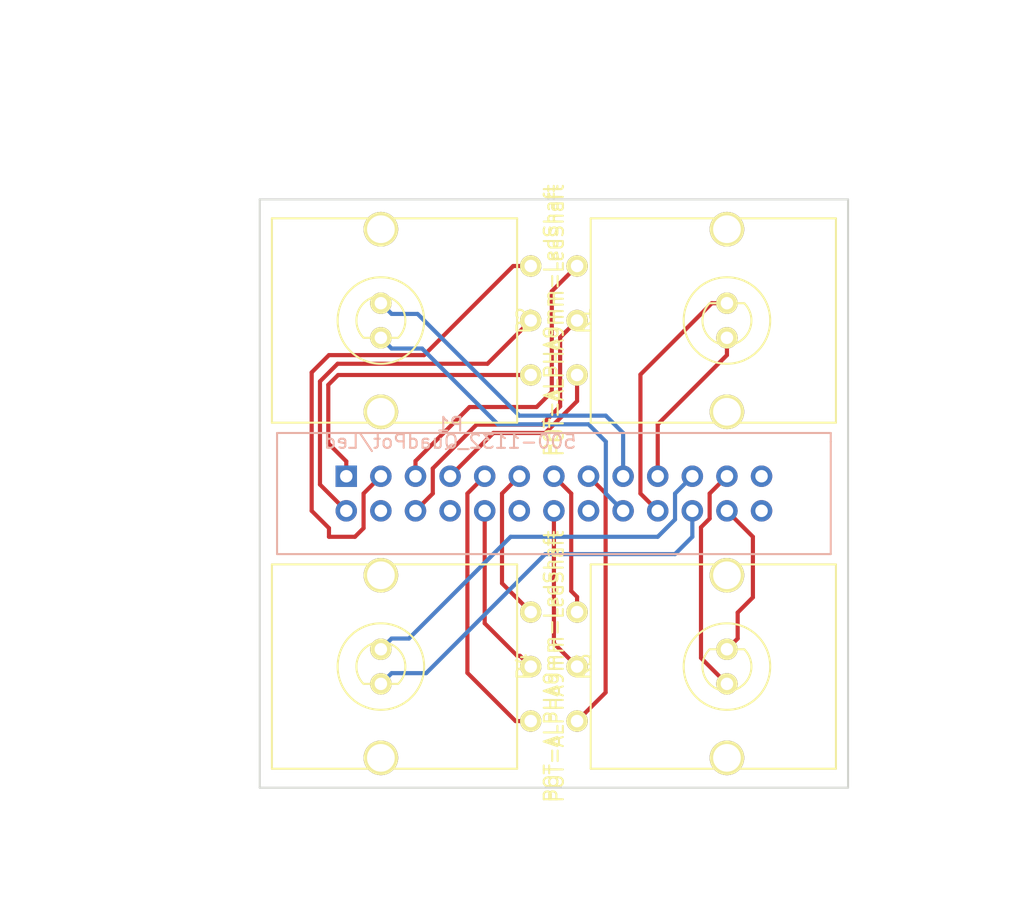
<source format=kicad_pcb>
(kicad_pcb (version 4) (host pcbnew 4.0.7)

  (general
    (links 20)
    (no_connects 20)
    (area 99.674999 78.58 158.015715 137.176191)
    (thickness 1.6)
    (drawings 8)
    (tracks 105)
    (zones 0)
    (modules 5)
    (nets 21)
  )

  (page A4)
  (layers
    (0 F.Cu signal)
    (31 B.Cu signal)
    (32 B.Adhes user)
    (33 F.Adhes user)
    (34 B.Paste user)
    (35 F.Paste user)
    (36 B.SilkS user)
    (37 F.SilkS user)
    (38 B.Mask user)
    (39 F.Mask user)
    (40 Dwgs.User user)
    (41 Cmts.User user)
    (42 Eco1.User user)
    (43 Eco2.User user)
    (44 Edge.Cuts user)
    (45 Margin user)
    (46 B.CrtYd user)
    (47 F.CrtYd user)
    (48 B.Fab user)
    (49 F.Fab user)
  )

  (setup
    (last_trace_width 0.3048)
    (trace_clearance 0.3048)
    (zone_clearance 0.508)
    (zone_45_only no)
    (trace_min 0.2)
    (segment_width 0.2)
    (edge_width 0.15)
    (via_size 1.5748)
    (via_drill 0.9144)
    (via_min_size 0.4)
    (via_min_drill 0.3)
    (uvia_size 0.3)
    (uvia_drill 0.1)
    (uvias_allowed no)
    (uvia_min_size 0.2)
    (uvia_min_drill 0.1)
    (pcb_text_width 0.3)
    (pcb_text_size 1.5 1.5)
    (mod_edge_width 0.15)
    (mod_text_size 1 1)
    (mod_text_width 0.15)
    (pad_size 1.524 1.524)
    (pad_drill 0.762)
    (pad_to_mask_clearance 0.2)
    (aux_axis_origin 0 0)
    (visible_elements 7FFFEFFF)
    (pcbplotparams
      (layerselection 0x00030_80000001)
      (usegerberextensions false)
      (excludeedgelayer true)
      (linewidth 0.100000)
      (plotframeref false)
      (viasonmask false)
      (mode 1)
      (useauxorigin false)
      (hpglpennumber 1)
      (hpglpenspeed 20)
      (hpglpendiameter 15)
      (hpglpenoverlay 2)
      (psnegative false)
      (psa4output false)
      (plotreference true)
      (plotvalue true)
      (plotinvisibletext false)
      (padsonsilk false)
      (subtractmaskfromsilk false)
      (outputformat 1)
      (mirror false)
      (drillshape 1)
      (scaleselection 1)
      (outputdirectory ""))
  )

  (net 0 "")
  (net 1 "Net-(P1-Pad1)")
  (net 2 "Net-(P1-Pad2)")
  (net 3 "Net-(P1-Pad3)")
  (net 4 "Net-(P1-Pad5)")
  (net 5 "Net-(P1-Pad6)")
  (net 6 "Net-(P1-Pad7)")
  (net 7 "Net-(P1-Pad9)")
  (net 8 "Net-(P1-Pad10)")
  (net 9 "Net-(P1-Pad11)")
  (net 10 "Net-(P1-Pad13)")
  (net 11 "Net-(P1-Pad14)")
  (net 12 "Net-(P1-Pad15)")
  (net 13 "Net-(P1-Pad17)")
  (net 14 "Net-(P1-Pad18)")
  (net 15 "Net-(P1-Pad19)")
  (net 16 "Net-(P1-Pad20)")
  (net 17 "Net-(P1-Pad21)")
  (net 18 "Net-(P1-Pad22)")
  (net 19 "Net-(P1-Pad23)")
  (net 20 "Net-(P1-Pad24)")

  (net_class Default "This is the default net class."
    (clearance 0.3048)
    (trace_width 0.3048)
    (via_dia 1.5748)
    (via_drill 0.9144)
    (uvia_dia 0.3)
    (uvia_drill 0.1)
    (add_net "Net-(P1-Pad1)")
    (add_net "Net-(P1-Pad10)")
    (add_net "Net-(P1-Pad11)")
    (add_net "Net-(P1-Pad13)")
    (add_net "Net-(P1-Pad14)")
    (add_net "Net-(P1-Pad15)")
    (add_net "Net-(P1-Pad17)")
    (add_net "Net-(P1-Pad18)")
    (add_net "Net-(P1-Pad19)")
    (add_net "Net-(P1-Pad2)")
    (add_net "Net-(P1-Pad20)")
    (add_net "Net-(P1-Pad21)")
    (add_net "Net-(P1-Pad22)")
    (add_net "Net-(P1-Pad23)")
    (add_net "Net-(P1-Pad24)")
    (add_net "Net-(P1-Pad3)")
    (add_net "Net-(P1-Pad5)")
    (add_net "Net-(P1-Pad6)")
    (add_net "Net-(P1-Pad7)")
    (add_net "Net-(P1-Pad9)")
  )

  (module FootPrints:IDC-13x2 (layer B.Cu) (tedit 590B50E6) (tstamp 5B3D9DB2)
    (at 113.03 113.03)
    (path /5B3D9CAF)
    (fp_text reference P1 (at 0 -3.81) (layer B.SilkS)
      (effects (font (size 1 1) (thickness 0.15)) (justify mirror))
    )
    (fp_text value 500-1132_QuadPot/Led (at 0 -2.54) (layer B.SilkS)
      (effects (font (size 1 1) (thickness 0.15)) (justify mirror))
    )
    (fp_line (start 27.94 -3.175) (end 27.94 -2.54) (layer B.SilkS) (width 0.15))
    (fp_line (start -12.7 -3.175) (end 27.94 -3.175) (layer B.SilkS) (width 0.15))
    (fp_line (start -12.7 5.715) (end -12.7 -3.175) (layer B.SilkS) (width 0.15))
    (fp_line (start 27.94 5.715) (end -12.7 5.715) (layer B.SilkS) (width 0.15))
    (fp_line (start 27.94 -2.54) (end 27.94 5.715) (layer B.SilkS) (width 0.15))
    (pad 1 thru_hole rect (at -7.62 0) (size 1.5748 1.5748) (drill 0.9144) (layers *.Cu *.Mask)
      (net 1 "Net-(P1-Pad1)"))
    (pad 2 thru_hole circle (at -7.62 2.54) (size 1.5748 1.5748) (drill 0.9144) (layers *.Cu *.Mask)
      (net 2 "Net-(P1-Pad2)"))
    (pad 3 thru_hole circle (at -5.08 0) (size 1.5748 1.5748) (drill 0.9144) (layers *.Cu *.Mask)
      (net 3 "Net-(P1-Pad3)"))
    (pad 4 thru_hole circle (at -5.08 2.54) (size 1.5748 1.5748) (drill 0.9144) (layers *.Cu *.Mask))
    (pad 5 thru_hole circle (at -2.54 0) (size 1.5748 1.5748) (drill 0.9144) (layers *.Cu *.Mask)
      (net 4 "Net-(P1-Pad5)"))
    (pad 6 thru_hole circle (at -2.54 2.54) (size 1.5748 1.5748) (drill 0.9144) (layers *.Cu *.Mask)
      (net 5 "Net-(P1-Pad6)"))
    (pad 7 thru_hole circle (at 0 0) (size 1.5748 1.5748) (drill 0.9144) (layers *.Cu *.Mask)
      (net 6 "Net-(P1-Pad7)"))
    (pad 8 thru_hole circle (at 0 2.54) (size 1.5748 1.5748) (drill 0.9144) (layers *.Cu *.Mask))
    (pad 9 thru_hole circle (at 2.54 0) (size 1.5748 1.5748) (drill 0.9144) (layers *.Cu *.Mask)
      (net 7 "Net-(P1-Pad9)"))
    (pad 10 thru_hole circle (at 2.54 2.54) (size 1.5748 1.5748) (drill 0.9144) (layers *.Cu *.Mask)
      (net 8 "Net-(P1-Pad10)"))
    (pad 11 thru_hole circle (at 5.08 0) (size 1.5748 1.5748) (drill 0.9144) (layers *.Cu *.Mask)
      (net 9 "Net-(P1-Pad11)"))
    (pad 12 thru_hole circle (at 5.08 2.54) (size 1.5748 1.5748) (drill 0.9144) (layers *.Cu *.Mask))
    (pad 13 thru_hole circle (at 7.62 0) (size 1.5748 1.5748) (drill 0.9144) (layers *.Cu *.Mask)
      (net 10 "Net-(P1-Pad13)"))
    (pad 14 thru_hole circle (at 7.62 2.54) (size 1.5748 1.5748) (drill 0.9144) (layers *.Cu *.Mask)
      (net 11 "Net-(P1-Pad14)"))
    (pad 15 thru_hole circle (at 10.16 0) (size 1.5748 1.5748) (drill 0.9144) (layers *.Cu *.Mask)
      (net 12 "Net-(P1-Pad15)"))
    (pad 16 thru_hole circle (at 10.16 2.54) (size 1.5748 1.5748) (drill 0.9144) (layers *.Cu *.Mask))
    (pad 17 thru_hole circle (at 12.7 0) (size 1.5748 1.5748) (drill 0.9144) (layers *.Cu *.Mask)
      (net 13 "Net-(P1-Pad17)"))
    (pad 18 thru_hole circle (at 12.7 2.54) (size 1.5748 1.5748) (drill 0.9144) (layers *.Cu *.Mask)
      (net 14 "Net-(P1-Pad18)"))
    (pad 19 thru_hole circle (at 15.24 0) (size 1.5748 1.5748) (drill 0.9144) (layers *.Cu *.Mask)
      (net 15 "Net-(P1-Pad19)"))
    (pad 20 thru_hole circle (at 15.24 2.54) (size 1.5748 1.5748) (drill 0.9144) (layers *.Cu *.Mask)
      (net 16 "Net-(P1-Pad20)"))
    (pad 21 thru_hole circle (at 17.78 0) (size 1.5748 1.5748) (drill 0.9144) (layers *.Cu *.Mask)
      (net 17 "Net-(P1-Pad21)"))
    (pad 22 thru_hole circle (at 17.78 2.54) (size 1.5748 1.5748) (drill 0.9144) (layers *.Cu *.Mask)
      (net 18 "Net-(P1-Pad22)"))
    (pad 23 thru_hole circle (at 20.32 0) (size 1.5748 1.5748) (drill 0.9144) (layers *.Cu *.Mask)
      (net 19 "Net-(P1-Pad23)"))
    (pad 24 thru_hole circle (at 20.32 2.54) (size 1.5748 1.5748) (drill 0.9144) (layers *.Cu *.Mask)
      (net 20 "Net-(P1-Pad24)"))
    (pad 25 thru_hole circle (at 22.86 0) (size 1.5748 1.5748) (drill 0.9144) (layers *.Cu *.Mask))
    (pad 26 thru_hole circle (at 22.86 2.54) (size 1.5748 1.5748) (drill 0.9144) (layers *.Cu *.Mask))
  )

  (module FootPrints:Alpha9mmPotWithLED (layer F.Cu) (tedit 5751FE58) (tstamp 5B3D9DBD)
    (at 107.95 101.6 90)
    (path /5B3D9CE8)
    (fp_text reference R1 (at 0 14.9 90) (layer F.SilkS)
      (effects (font (size 1 1) (thickness 0.15)))
    )
    (fp_text value POT-ALPHA9mm-LedShaft (at 0 12.9 90) (layer F.SilkS)
      (effects (font (size 1 1) (thickness 0.15)))
    )
    (fp_arc (start 0 0) (end 1.27 1.27) (angle 90) (layer F.SilkS) (width 0.15))
    (fp_arc (start 0 0) (end 1.27 -1.27) (angle 90) (layer F.SilkS) (width 0.15))
    (fp_arc (start 0 0) (end -1.27 -1.27) (angle 90) (layer F.SilkS) (width 0.15))
    (fp_line (start -1.27 -1.27) (end -1.27 1.27) (layer F.SilkS) (width 0.15))
    (fp_circle (center 0 0) (end 3.175 0) (layer F.SilkS) (width 0.15))
    (fp_line (start -7.5 10) (end 7.5 10) (layer F.SilkS) (width 0.15))
    (fp_line (start 7.5 10) (end 7.5 -8) (layer F.SilkS) (width 0.15))
    (fp_line (start 7.5 -8) (end -7.5 -8) (layer F.SilkS) (width 0.15))
    (fp_line (start -7.5 -8) (end -7.5 10) (layer F.SilkS) (width 0.15))
    (pad "" thru_hole circle (at -6.7 0 90) (size 2.54 2.54) (drill 2.032) (layers *.Cu *.Mask F.SilkS))
    (pad "" thru_hole circle (at 6.7 0 90) (size 2.54 2.54) (drill 2.032) (layers *.Cu *.Mask F.SilkS))
    (pad 4 thru_hole circle (at -1.27 0 90) (size 1.5748 1.5748) (drill 0.9144) (layers *.Cu *.Mask F.SilkS)
      (net 14 "Net-(P1-Pad18)"))
    (pad 5 thru_hole circle (at 1.27 0 90) (size 1.5748 1.5748) (drill 0.9144) (layers *.Cu *.Mask F.SilkS)
      (net 13 "Net-(P1-Pad17)"))
    (pad 2 thru_hole circle (at 0 11 90) (size 1.5748 1.5748) (drill 0.9144) (layers *.Cu *.Mask F.SilkS)
      (net 2 "Net-(P1-Pad2)"))
    (pad 3 thru_hole circle (at 4 11 90) (size 1.5748 1.5748) (drill 0.9144) (layers *.Cu *.Mask F.SilkS)
      (net 3 "Net-(P1-Pad3)"))
    (pad 1 thru_hole circle (at -4 11 90) (size 1.5748 1.5748) (drill 0.9144) (layers *.Cu *.Mask F.SilkS)
      (net 1 "Net-(P1-Pad1)"))
  )

  (module FootPrints:Alpha9mmPotWithLED (layer F.Cu) (tedit 5751FE58) (tstamp 5B3D9DC8)
    (at 133.35 101.6 270)
    (path /5B3D9D39)
    (fp_text reference R2 (at 0 14.9 270) (layer F.SilkS)
      (effects (font (size 1 1) (thickness 0.15)))
    )
    (fp_text value POT-ALPHA9mm-LedShaft (at 0 12.9 270) (layer F.SilkS)
      (effects (font (size 1 1) (thickness 0.15)))
    )
    (fp_arc (start 0 0) (end 1.27 1.27) (angle 90) (layer F.SilkS) (width 0.15))
    (fp_arc (start 0 0) (end 1.27 -1.27) (angle 90) (layer F.SilkS) (width 0.15))
    (fp_arc (start 0 0) (end -1.27 -1.27) (angle 90) (layer F.SilkS) (width 0.15))
    (fp_line (start -1.27 -1.27) (end -1.27 1.27) (layer F.SilkS) (width 0.15))
    (fp_circle (center 0 0) (end 3.175 0) (layer F.SilkS) (width 0.15))
    (fp_line (start -7.5 10) (end 7.5 10) (layer F.SilkS) (width 0.15))
    (fp_line (start 7.5 10) (end 7.5 -8) (layer F.SilkS) (width 0.15))
    (fp_line (start 7.5 -8) (end -7.5 -8) (layer F.SilkS) (width 0.15))
    (fp_line (start -7.5 -8) (end -7.5 10) (layer F.SilkS) (width 0.15))
    (pad "" thru_hole circle (at -6.7 0 270) (size 2.54 2.54) (drill 2.032) (layers *.Cu *.Mask F.SilkS))
    (pad "" thru_hole circle (at 6.7 0 270) (size 2.54 2.54) (drill 2.032) (layers *.Cu *.Mask F.SilkS))
    (pad 4 thru_hole circle (at -1.27 0 270) (size 1.5748 1.5748) (drill 0.9144) (layers *.Cu *.Mask F.SilkS)
      (net 16 "Net-(P1-Pad20)"))
    (pad 5 thru_hole circle (at 1.27 0 270) (size 1.5748 1.5748) (drill 0.9144) (layers *.Cu *.Mask F.SilkS)
      (net 15 "Net-(P1-Pad19)"))
    (pad 2 thru_hole circle (at 0 11 270) (size 1.5748 1.5748) (drill 0.9144) (layers *.Cu *.Mask F.SilkS)
      (net 5 "Net-(P1-Pad6)"))
    (pad 3 thru_hole circle (at 4 11 270) (size 1.5748 1.5748) (drill 0.9144) (layers *.Cu *.Mask F.SilkS)
      (net 6 "Net-(P1-Pad7)"))
    (pad 1 thru_hole circle (at -4 11 270) (size 1.5748 1.5748) (drill 0.9144) (layers *.Cu *.Mask F.SilkS)
      (net 4 "Net-(P1-Pad5)"))
  )

  (module FootPrints:Alpha9mmPotWithLED (layer F.Cu) (tedit 5751FE58) (tstamp 5B3D9DD3)
    (at 107.95 127 90)
    (path /5B3D9D6E)
    (fp_text reference R3 (at 0 14.9 90) (layer F.SilkS)
      (effects (font (size 1 1) (thickness 0.15)))
    )
    (fp_text value POT-ALPHA9mm-LedShaft (at 0 12.9 90) (layer F.SilkS)
      (effects (font (size 1 1) (thickness 0.15)))
    )
    (fp_arc (start 0 0) (end 1.27 1.27) (angle 90) (layer F.SilkS) (width 0.15))
    (fp_arc (start 0 0) (end 1.27 -1.27) (angle 90) (layer F.SilkS) (width 0.15))
    (fp_arc (start 0 0) (end -1.27 -1.27) (angle 90) (layer F.SilkS) (width 0.15))
    (fp_line (start -1.27 -1.27) (end -1.27 1.27) (layer F.SilkS) (width 0.15))
    (fp_circle (center 0 0) (end 3.175 0) (layer F.SilkS) (width 0.15))
    (fp_line (start -7.5 10) (end 7.5 10) (layer F.SilkS) (width 0.15))
    (fp_line (start 7.5 10) (end 7.5 -8) (layer F.SilkS) (width 0.15))
    (fp_line (start 7.5 -8) (end -7.5 -8) (layer F.SilkS) (width 0.15))
    (fp_line (start -7.5 -8) (end -7.5 10) (layer F.SilkS) (width 0.15))
    (pad "" thru_hole circle (at -6.7 0 90) (size 2.54 2.54) (drill 2.032) (layers *.Cu *.Mask F.SilkS))
    (pad "" thru_hole circle (at 6.7 0 90) (size 2.54 2.54) (drill 2.032) (layers *.Cu *.Mask F.SilkS))
    (pad 4 thru_hole circle (at -1.27 0 90) (size 1.5748 1.5748) (drill 0.9144) (layers *.Cu *.Mask F.SilkS)
      (net 18 "Net-(P1-Pad22)"))
    (pad 5 thru_hole circle (at 1.27 0 90) (size 1.5748 1.5748) (drill 0.9144) (layers *.Cu *.Mask F.SilkS)
      (net 17 "Net-(P1-Pad21)"))
    (pad 2 thru_hole circle (at 0 11 90) (size 1.5748 1.5748) (drill 0.9144) (layers *.Cu *.Mask F.SilkS)
      (net 8 "Net-(P1-Pad10)"))
    (pad 3 thru_hole circle (at 4 11 90) (size 1.5748 1.5748) (drill 0.9144) (layers *.Cu *.Mask F.SilkS)
      (net 9 "Net-(P1-Pad11)"))
    (pad 1 thru_hole circle (at -4 11 90) (size 1.5748 1.5748) (drill 0.9144) (layers *.Cu *.Mask F.SilkS)
      (net 7 "Net-(P1-Pad9)"))
  )

  (module FootPrints:Alpha9mmPotWithLED (layer F.Cu) (tedit 5751FE58) (tstamp 5B3D9DDE)
    (at 133.35 127 270)
    (path /5B3D9DA6)
    (fp_text reference R4 (at 0 14.9 270) (layer F.SilkS)
      (effects (font (size 1 1) (thickness 0.15)))
    )
    (fp_text value POT-ALPHA9mm-LedShaft (at 0 12.9 270) (layer F.SilkS)
      (effects (font (size 1 1) (thickness 0.15)))
    )
    (fp_arc (start 0 0) (end 1.27 1.27) (angle 90) (layer F.SilkS) (width 0.15))
    (fp_arc (start 0 0) (end 1.27 -1.27) (angle 90) (layer F.SilkS) (width 0.15))
    (fp_arc (start 0 0) (end -1.27 -1.27) (angle 90) (layer F.SilkS) (width 0.15))
    (fp_line (start -1.27 -1.27) (end -1.27 1.27) (layer F.SilkS) (width 0.15))
    (fp_circle (center 0 0) (end 3.175 0) (layer F.SilkS) (width 0.15))
    (fp_line (start -7.5 10) (end 7.5 10) (layer F.SilkS) (width 0.15))
    (fp_line (start 7.5 10) (end 7.5 -8) (layer F.SilkS) (width 0.15))
    (fp_line (start 7.5 -8) (end -7.5 -8) (layer F.SilkS) (width 0.15))
    (fp_line (start -7.5 -8) (end -7.5 10) (layer F.SilkS) (width 0.15))
    (pad "" thru_hole circle (at -6.7 0 270) (size 2.54 2.54) (drill 2.032) (layers *.Cu *.Mask F.SilkS))
    (pad "" thru_hole circle (at 6.7 0 270) (size 2.54 2.54) (drill 2.032) (layers *.Cu *.Mask F.SilkS))
    (pad 4 thru_hole circle (at -1.27 0 270) (size 1.5748 1.5748) (drill 0.9144) (layers *.Cu *.Mask F.SilkS)
      (net 20 "Net-(P1-Pad24)"))
    (pad 5 thru_hole circle (at 1.27 0 270) (size 1.5748 1.5748) (drill 0.9144) (layers *.Cu *.Mask F.SilkS)
      (net 19 "Net-(P1-Pad23)"))
    (pad 2 thru_hole circle (at 0 11 270) (size 1.5748 1.5748) (drill 0.9144) (layers *.Cu *.Mask F.SilkS)
      (net 11 "Net-(P1-Pad14)"))
    (pad 3 thru_hole circle (at 4 11 270) (size 1.5748 1.5748) (drill 0.9144) (layers *.Cu *.Mask F.SilkS)
      (net 12 "Net-(P1-Pad15)"))
    (pad 1 thru_hole circle (at -4 11 270) (size 1.5748 1.5748) (drill 0.9144) (layers *.Cu *.Mask F.SilkS)
      (net 10 "Net-(P1-Pad13)"))
  )

  (dimension 43.18 (width 0.3) (layer F.Fab)
    (gr_text "1.7000 in" (at 120.65 146.13) (layer F.Fab)
      (effects (font (size 1.5 1.5) (thickness 0.3)))
    )
    (feature1 (pts (xy 142.24 138.43) (xy 142.24 147.48)))
    (feature2 (pts (xy 99.06 138.43) (xy 99.06 147.48)))
    (crossbar (pts (xy 99.06 144.78) (xy 142.24 144.78)))
    (arrow1a (pts (xy 142.24 144.78) (xy 141.113496 145.366421)))
    (arrow1b (pts (xy 142.24 144.78) (xy 141.113496 144.193579)))
    (arrow2a (pts (xy 99.06 144.78) (xy 100.186504 145.366421)))
    (arrow2b (pts (xy 99.06 144.78) (xy 100.186504 144.193579)))
  )
  (dimension 43.18 (width 0.3) (layer F.Fab)
    (gr_text "1.7000 in" (at 86.28 114.3 270) (layer F.Fab)
      (effects (font (size 1.5 1.5) (thickness 0.3)))
    )
    (feature1 (pts (xy 96.52 135.89) (xy 84.93 135.89)))
    (feature2 (pts (xy 96.52 92.71) (xy 84.93 92.71)))
    (crossbar (pts (xy 87.63 92.71) (xy 87.63 135.89)))
    (arrow1a (pts (xy 87.63 135.89) (xy 87.043579 134.763496)))
    (arrow1b (pts (xy 87.63 135.89) (xy 88.216421 134.763496)))
    (arrow2a (pts (xy 87.63 92.71) (xy 87.043579 93.836504)))
    (arrow2b (pts (xy 87.63 92.71) (xy 88.216421 93.836504)))
  )
  (gr_line (start 99.06 135.89) (end 99.06 92.71) (layer Edge.Cuts) (width 0.15))
  (gr_line (start 142.24 135.89) (end 99.06 135.89) (layer Edge.Cuts) (width 0.15))
  (gr_line (start 142.24 92.71) (end 142.24 135.89) (layer Edge.Cuts) (width 0.15))
  (gr_line (start 99.06 92.71) (end 142.24 92.71) (layer Edge.Cuts) (width 0.15))
  (dimension 25.4 (width 0.3) (layer F.Fab)
    (gr_text "1.0000 in" (at 152.48 114.3 270) (layer F.Fab)
      (effects (font (size 1.5 1.5) (thickness 0.3)))
    )
    (feature1 (pts (xy 144.78 127) (xy 153.83 127)))
    (feature2 (pts (xy 144.78 101.6) (xy 153.83 101.6)))
    (crossbar (pts (xy 151.13 101.6) (xy 151.13 127)))
    (arrow1a (pts (xy 151.13 127) (xy 150.543579 125.873496)))
    (arrow1b (pts (xy 151.13 127) (xy 151.716421 125.873496)))
    (arrow2a (pts (xy 151.13 101.6) (xy 150.543579 102.726504)))
    (arrow2b (pts (xy 151.13 101.6) (xy 151.716421 102.726504)))
  )
  (dimension 25.4 (width 0.3) (layer F.Fab)
    (gr_text "1.0000 in" (at 120.65 79.93) (layer F.Fab)
      (effects (font (size 1.5 1.5) (thickness 0.3)))
    )
    (feature1 (pts (xy 133.35 88.9) (xy 133.35 78.58)))
    (feature2 (pts (xy 107.95 88.9) (xy 107.95 78.58)))
    (crossbar (pts (xy 107.95 81.28) (xy 133.35 81.28)))
    (arrow1a (pts (xy 133.35 81.28) (xy 132.223496 81.866421)))
    (arrow1b (pts (xy 133.35 81.28) (xy 132.223496 80.693579)))
    (arrow2a (pts (xy 107.95 81.28) (xy 109.076504 81.866421)))
    (arrow2b (pts (xy 107.95 81.28) (xy 109.076504 80.693579)))
  )

  (segment (start 104.81212 105.6) (end 117.836449 105.6) (width 0.3048) (layer F.Cu) (net 1))
  (segment (start 105.41 113.03) (end 105.41 111.9378) (width 0.3048) (layer F.Cu) (net 1))
  (segment (start 104.089222 110.617022) (end 104.089222 106.322898) (width 0.3048) (layer F.Cu) (net 1))
  (segment (start 117.836449 105.6) (end 118.95 105.6) (width 0.3048) (layer F.Cu) (net 1))
  (segment (start 104.089222 106.322898) (end 104.81212 105.6) (width 0.3048) (layer F.Cu) (net 1))
  (segment (start 105.41 111.9378) (end 104.089222 110.617022) (width 0.3048) (layer F.Cu) (net 1))
  (segment (start 104.775 104.775) (end 115.775 104.775) (width 0.3048) (layer F.Cu) (net 2))
  (segment (start 103.479611 113.639611) (end 103.479611 106.070389) (width 0.3048) (layer F.Cu) (net 2))
  (segment (start 103.479611 106.070389) (end 104.775 104.775) (width 0.3048) (layer F.Cu) (net 2))
  (segment (start 115.775 104.775) (end 118.162601 102.387399) (width 0.3048) (layer F.Cu) (net 2))
  (segment (start 105.41 115.57) (end 103.479611 113.639611) (width 0.3048) (layer F.Cu) (net 2))
  (segment (start 118.162601 102.387399) (end 118.95 101.6) (width 0.3048) (layer F.Cu) (net 2))
  (segment (start 111.125 104.14) (end 117.665 97.6) (width 0.3048) (layer F.Cu) (net 3))
  (segment (start 117.665 97.6) (end 118.95 97.6) (width 0.3048) (layer F.Cu) (net 3))
  (segment (start 104.14 104.14) (end 111.125 104.14) (width 0.3048) (layer F.Cu) (net 3))
  (segment (start 102.87 105.41) (end 104.14 104.14) (width 0.3048) (layer F.Cu) (net 3))
  (segment (start 102.87 115.57) (end 102.87 105.41) (width 0.3048) (layer F.Cu) (net 3))
  (segment (start 104.14 116.84) (end 102.87 115.57) (width 0.3048) (layer F.Cu) (net 3))
  (segment (start 104.14 117.475) (end 104.14 116.84) (width 0.3048) (layer F.Cu) (net 3))
  (segment (start 106.045 117.475) (end 104.14 117.475) (width 0.3048) (layer F.Cu) (net 3))
  (segment (start 106.68 116.84) (end 106.045 117.475) (width 0.3048) (layer F.Cu) (net 3))
  (segment (start 106.68 114.3) (end 106.68 116.84) (width 0.3048) (layer F.Cu) (net 3))
  (segment (start 107.95 113.03) (end 106.68 114.3) (width 0.3048) (layer F.Cu) (net 3))
  (segment (start 120.495788 106.834212) (end 120.495788 99.454212) (width 0.3048) (layer F.Cu) (net 4))
  (segment (start 119.38 107.95) (end 120.495788 106.834212) (width 0.3048) (layer F.Cu) (net 4))
  (segment (start 114.456449 107.95) (end 119.38 107.95) (width 0.3048) (layer F.Cu) (net 4))
  (segment (start 110.49 111.916449) (end 114.456449 107.95) (width 0.3048) (layer F.Cu) (net 4))
  (segment (start 121.562601 98.387399) (end 122.35 97.6) (width 0.3048) (layer F.Cu) (net 4))
  (segment (start 110.49 113.03) (end 110.49 111.916449) (width 0.3048) (layer F.Cu) (net 4))
  (segment (start 120.495788 99.454212) (end 121.562601 98.387399) (width 0.3048) (layer F.Cu) (net 4))
  (segment (start 121.562601 102.387399) (end 122.35 101.6) (width 0.3048) (layer F.Cu) (net 5))
  (segment (start 121.105399 102.844601) (end 121.562601 102.387399) (width 0.3048) (layer F.Cu) (net 5))
  (segment (start 119.76249 109.24539) (end 121.105399 107.902481) (width 0.3048) (layer F.Cu) (net 5))
  (segment (start 114.9726 109.24539) (end 119.76249 109.24539) (width 0.3048) (layer F.Cu) (net 5))
  (segment (start 121.105399 107.902481) (end 121.105399 102.844601) (width 0.3048) (layer F.Cu) (net 5))
  (segment (start 111.76 114.3) (end 111.76 112.45799) (width 0.3048) (layer F.Cu) (net 5))
  (segment (start 110.49 115.57) (end 111.76 114.3) (width 0.3048) (layer F.Cu) (net 5))
  (segment (start 111.76 112.45799) (end 114.9726 109.24539) (width 0.3048) (layer F.Cu) (net 5))
  (segment (start 113.03 113.03) (end 116.205 109.855) (width 0.3048) (layer F.Cu) (net 6))
  (segment (start 116.205 109.855) (end 120.015 109.855) (width 0.3048) (layer F.Cu) (net 6))
  (segment (start 120.015 109.855) (end 122.35 107.52) (width 0.3048) (layer F.Cu) (net 6))
  (segment (start 122.35 107.52) (end 122.35 105.6) (width 0.3048) (layer F.Cu) (net 6))
  (segment (start 114.3 114.3) (end 115.57 113.03) (width 0.3048) (layer F.Cu) (net 7))
  (segment (start 114.3 127.463551) (end 114.3 114.3) (width 0.3048) (layer F.Cu) (net 7))
  (segment (start 118.95 131) (end 117.836449 131) (width 0.3048) (layer F.Cu) (net 7))
  (segment (start 117.836449 131) (end 114.3 127.463551) (width 0.3048) (layer F.Cu) (net 7))
  (segment (start 117.957601 126.212601) (end 115.57 123.825) (width 0.3048) (layer F.Cu) (net 8))
  (segment (start 115.57 123.825) (end 115.57 115.57) (width 0.3048) (layer F.Cu) (net 8))
  (segment (start 118.95 127) (end 118.162601 126.212601) (width 0.3048) (layer F.Cu) (net 8))
  (segment (start 118.162601 126.212601) (end 117.957601 126.212601) (width 0.3048) (layer F.Cu) (net 8))
  (segment (start 116.84 114.3) (end 118.11 113.03) (width 0.3048) (layer F.Cu) (net 9))
  (segment (start 116.84 120.89) (end 116.84 114.3) (width 0.3048) (layer F.Cu) (net 9))
  (segment (start 118.95 123) (end 116.84 120.89) (width 0.3048) (layer F.Cu) (net 9))
  (segment (start 121.92 121.456449) (end 121.92 114.3) (width 0.3048) (layer F.Cu) (net 10))
  (segment (start 121.92 114.3) (end 120.65 113.03) (width 0.3048) (layer F.Cu) (net 10))
  (segment (start 122.35 123) (end 122.35 121.886449) (width 0.3048) (layer F.Cu) (net 10))
  (segment (start 122.35 121.886449) (end 121.92 121.456449) (width 0.3048) (layer F.Cu) (net 10))
  (segment (start 122.35 127) (end 120.65 125.3) (width 0.3048) (layer F.Cu) (net 11))
  (segment (start 120.65 125.3) (end 120.65 115.57) (width 0.3048) (layer F.Cu) (net 11))
  (segment (start 122.35 131) (end 124.445 128.905) (width 0.3048) (layer F.Cu) (net 12))
  (segment (start 124.445 128.905) (end 124.445 114.285) (width 0.3048) (layer F.Cu) (net 12))
  (segment (start 124.445 114.285) (end 123.19 113.03) (width 0.3048) (layer F.Cu) (net 12))
  (segment (start 125.73 109.855) (end 125.73 113.03) (width 0.3048) (layer B.Cu) (net 13))
  (segment (start 124.46 108.585) (end 125.73 109.855) (width 0.3048) (layer B.Cu) (net 13))
  (segment (start 118.11 108.585) (end 124.46 108.585) (width 0.3048) (layer B.Cu) (net 13))
  (segment (start 110.642399 101.117399) (end 118.11 108.585) (width 0.3048) (layer B.Cu) (net 13))
  (segment (start 107.95 100.33) (end 108.737399 101.117399) (width 0.3048) (layer B.Cu) (net 13))
  (segment (start 108.737399 101.117399) (end 110.642399 101.117399) (width 0.3048) (layer B.Cu) (net 13))
  (segment (start 124.46 110.49) (end 124.46 114.3) (width 0.3048) (layer B.Cu) (net 14))
  (segment (start 124.46 114.3) (end 125.73 115.57) (width 0.3048) (layer B.Cu) (net 14))
  (segment (start 123.19 109.22) (end 124.46 110.49) (width 0.3048) (layer B.Cu) (net 14))
  (segment (start 116.535202 109.22) (end 123.19 109.22) (width 0.3048) (layer B.Cu) (net 14))
  (segment (start 110.972601 103.657399) (end 116.535202 109.22) (width 0.3048) (layer B.Cu) (net 14))
  (segment (start 107.95 102.87) (end 108.737399 103.657399) (width 0.3048) (layer B.Cu) (net 14))
  (segment (start 108.737399 103.657399) (end 110.972601 103.657399) (width 0.3048) (layer B.Cu) (net 14))
  (segment (start 133.35 104.14) (end 128.27 109.22) (width 0.3048) (layer F.Cu) (net 15))
  (segment (start 128.27 109.22) (end 128.27 113.03) (width 0.3048) (layer F.Cu) (net 15))
  (segment (start 133.35 102.87) (end 133.35 104.14) (width 0.3048) (layer F.Cu) (net 15))
  (segment (start 133.35 100.33) (end 132.236449 100.33) (width 0.3048) (layer F.Cu) (net 16))
  (segment (start 132.236449 100.33) (end 127 105.566449) (width 0.3048) (layer F.Cu) (net 16))
  (segment (start 127 105.566449) (end 127 114.3) (width 0.3048) (layer F.Cu) (net 16))
  (segment (start 127 114.3) (end 128.27 115.57) (width 0.3048) (layer F.Cu) (net 16))
  (segment (start 129.54 116.205) (end 129.54 114.3) (width 0.3048) (layer B.Cu) (net 17))
  (segment (start 129.54 114.3) (end 130.81 113.03) (width 0.3048) (layer B.Cu) (net 17))
  (segment (start 128.27 117.475) (end 129.54 116.205) (width 0.3048) (layer B.Cu) (net 17))
  (segment (start 117.475 117.475) (end 128.27 117.475) (width 0.3048) (layer B.Cu) (net 17))
  (segment (start 110.007399 124.942601) (end 117.475 117.475) (width 0.3048) (layer B.Cu) (net 17))
  (segment (start 107.95 125.73) (end 108.737399 124.942601) (width 0.3048) (layer B.Cu) (net 17))
  (segment (start 108.737399 124.942601) (end 110.007399 124.942601) (width 0.3048) (layer B.Cu) (net 17))
  (segment (start 107.95 128.27) (end 108.737399 127.482601) (width 0.3048) (layer B.Cu) (net 18))
  (segment (start 108.737399 127.482601) (end 111.277399 127.482601) (width 0.3048) (layer B.Cu) (net 18))
  (segment (start 111.277399 127.482601) (end 120.015 118.745) (width 0.3048) (layer B.Cu) (net 18))
  (segment (start 120.015 118.745) (end 129.54 118.745) (width 0.3048) (layer B.Cu) (net 18))
  (segment (start 129.54 118.745) (end 130.81 117.475) (width 0.3048) (layer B.Cu) (net 18))
  (segment (start 130.81 117.475) (end 130.81 115.57) (width 0.3048) (layer B.Cu) (net 18))
  (segment (start 132.08 116.14201) (end 132.08 114.3) (width 0.3048) (layer F.Cu) (net 19))
  (segment (start 132.08 114.3) (end 133.35 113.03) (width 0.3048) (layer F.Cu) (net 19))
  (segment (start 131.445 126.365) (end 131.445 116.77701) (width 0.3048) (layer F.Cu) (net 19))
  (segment (start 131.445 116.77701) (end 132.08 116.14201) (width 0.3048) (layer F.Cu) (net 19))
  (segment (start 133.35 128.27) (end 131.445 126.365) (width 0.3048) (layer F.Cu) (net 19))
  (segment (start 135.255 121.92) (end 135.255 117.475) (width 0.3048) (layer F.Cu) (net 20))
  (segment (start 135.255 117.475) (end 133.35 115.57) (width 0.3048) (layer F.Cu) (net 20))
  (segment (start 134.137399 123.037601) (end 135.255 121.92) (width 0.3048) (layer F.Cu) (net 20))
  (segment (start 133.35 125.73) (end 134.137399 124.942601) (width 0.3048) (layer F.Cu) (net 20))
  (segment (start 134.137399 124.942601) (end 134.137399 123.037601) (width 0.3048) (layer F.Cu) (net 20))

)

</source>
